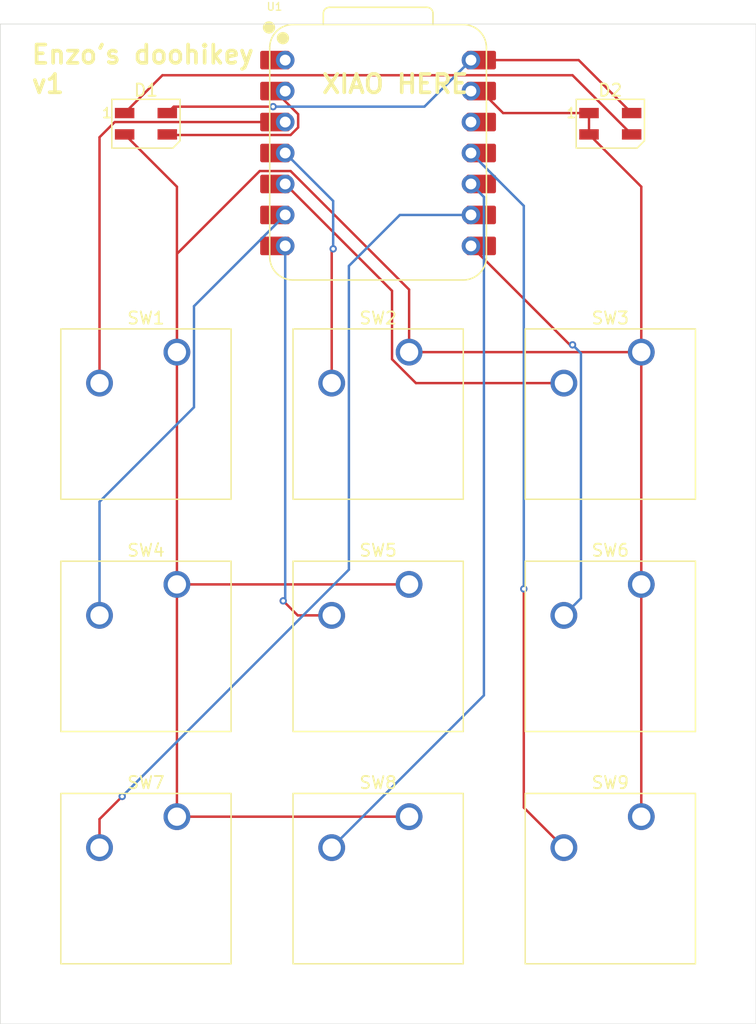
<source format=kicad_pcb>
(kicad_pcb (version 20241229) (generator "pcbnew") (generator_version "9.0")
  (layers (0 "F.Cu" signal) (2 "B.Cu" signal) (13 "F.Paste" user) (15 "B.Paste" user) (5 "F.SilkS" user "F.Silkscreen") (7 "B.SilkS" user "B.Silkscreen") (1 "F.Mask" user) (3 "B.Mask" user) (25 "Edge.Cuts" user))
  (net 0 "")
  (net 1 "Net-(D1-DOUT)")
  (net 2 "Net-(D1-DIN)")
  (net 3 "GND")
  (net 4 "+5V")
  (net 5 "Net-(U1-GPIO28{slash}ADC2{slash}A2)")
  (net 6 "Net-(U1-GPIO1{slash}RX)")
  (net 7 "Net-(U1-GPIO2{slash}SCK)")
  (net 8 "Net-(U1-GPIO4{slash}MISO)")
  (net 9 "Net-(U1-GPIO3{slash}MOSI)")
  (net 11 "Net-(U1-GPIO29{slash}ADC3{slash}A3)")
  (net 12 "Net-(U1-GPIO6{slash}SDA)")
  (net 13 "Net-(U1-GPIO7{slash}SCL)")
  (net 14 "Net-(U1-GPIO0{slash}TX)")
  (footprint "Button_Switch_Keyboard:SW_Cherry_MX_1.00u_PCB" (layer "F.Cu") (at 131.773 138.236875)
    (property "Reference" "SW9" (at -2.54 -2.794 0) (layer "F.SilkS"))
    (property "Value" "SW_Push")
    (fp_line (start -9.525 -1.905) (end 4.445 -1.905) (stroke (width 0.12)) (layer "F.SilkS"))
    (fp_line (start -9.525 12.065) (end -9.525 -1.905) (stroke (width 0.12)) (layer "F.SilkS"))
    (fp_line (start 4.445 -1.905) (end 4.445 12.065) (stroke (width 0.12)) (layer "F.SilkS"))
    (fp_line (start 4.445 12.065) (end -9.525 12.065) (stroke (width 0.12)) (layer "F.SilkS"))
    (pad "" np_thru_hole circle (at -7.62 5.08) (size 1.7 1.7) (drill 1.7) (layers "*.Cu" "*.Mask"))
    (pad "" np_thru_hole circle (at -2.54 5.08) (size 4 4) (drill 4) (layers "*.Cu" "*.Mask"))
    (pad "" np_thru_hole circle (at 2.54 5.08) (size 1.7 1.7) (drill 1.7) (layers "*.Cu" "*.Mask"))
    (pad "1" thru_hole circle (at 0 0) (size 2.2 2.2) (drill 1.5) (layers "*.Cu" "*.Mask") (net 3 "GND"))
    (pad "2" thru_hole circle (at -6.35 2.54) (size 2.2 2.2) (drill 1.5) (layers "*.Cu" "*.Mask") (net 9 "Net-(U1-GPIO3{slash}MOSI)"))
  )
  (footprint "OPL:XIAO-RP2040-DIP" (layer "F.Cu") (at 110.1785 83.805625)
    (property "Reference" "U1" (at -8.5 -12 0) (layer "F.SilkS") (effects (font (size 0.635 0.635) (thickness 0.1016))))
    (property "Value" "XIAO-RP2040-DIP")
    (fp_line (start -8.89 8.509) (end -8.89 -8.636) (stroke (width 0.127)) (layer "F.SilkS"))
    (fp_line (start -6.985 10.414) (end 6.985 10.414) (stroke (width 0.127)) (layer "F.SilkS"))
    (fp_line (start -4.495 -10.541) (end -4.491272 -11.451272) (stroke (width 0.127)) (layer "F.SilkS"))
    (fp_line (start -3.991272 -11.951) (end 4.004 -11.951) (stroke (width 0.127)) (layer "F.SilkS"))
    (fp_line (start 4.504 -11.451) (end 4.504 -10.541) (stroke (width 0.127)) (layer "F.SilkS"))
    (fp_line (start 6.985 -10.541) (end -6.985 -10.541) (stroke (width 0.1)) (layer "F.SilkS"))
    (fp_line (start 6.985 -10.541) (end -6.985 -10.541) (stroke (width 0.127)) (layer "F.SilkS"))
    (fp_line (start 8.89 8.509) (end 8.89 -8.636) (stroke (width 0.127)) (layer "F.SilkS"))
    (fp_arc (start -8.89 -8.636) (mid -8.332038 -9.983038) (end -6.985 -10.541) (stroke (width 0.127)) (layer "F.SilkS"))
    (fp_arc (start -6.985 10.414) (mid -8.332038 9.856038) (end -8.89 8.509) (stroke (width 0.127)) (layer "F.SilkS"))
    (fp_arc (start -4.491272 -11.451272) (mid -4.344728 -11.80464) (end -3.991272 -11.951) (stroke (width 0.127)) (layer "F.SilkS"))
    (fp_arc (start 4.004 -11.951) (mid 4.357553 -11.804553) (end 4.504 -11.451) (stroke (width 0.127)) (layer "F.SilkS"))
    (fp_arc (start 6.985 -10.541) (mid 8.332038 -9.983038) (end 8.89 -8.636) (stroke (width 0.127)) (layer "F.SilkS"))
    (fp_arc (start 8.89 8.509) (mid 8.332038 9.856038) (end 6.985 10.414) (stroke (width 0.127)) (layer "F.SilkS"))
    (fp_circle (center -8.95 -10.3) (end -8.95 -10.554) (stroke (width 0.5)) (fill yes) (layer "F.SilkS"))
    (fp_circle (center -7.807 -9.42) (end -7.807 -9.674) (stroke (width 0.5)) (fill yes) (layer "F.SilkS"))
    (pad "1" smd roundrect (at -8.455 -7.62 180) (size 2.432 1.524) (layers "F.Cu" "F.Mask") (roundrect_rratio 0.1))
    (pad "1" thru_hole circle (at -7.62 -7.62 180) (size 1.524 1.524) (drill 0.889) (layers "*.Cu" "*.Mask"))
    (pad "2" smd roundrect (at -8.455 -5.08 180) (size 2.432 1.524) (layers "F.Cu" "F.Mask") (roundrect_rratio 0.1) (net 2 "Net-(D1-DIN)"))
    (pad "2" thru_hole circle (at -7.62 -5.08 180) (size 1.524 1.524) (drill 0.889) (layers "*.Cu" "*.Mask") (net 2 "Net-(D1-DIN)"))
    (pad "3" smd roundrect (at -8.455 -2.54 180) (size 2.432 1.524) (layers "F.Cu" "F.Mask") (roundrect_rratio 0.1) (net 5 "Net-(U1-GPIO28{slash}ADC2{slash}A2)"))
    (pad "3" thru_hole circle (at -7.62 -2.54 180) (size 1.524 1.524) (drill 0.889) (layers "*.Cu" "*.Mask") (net 5 "Net-(U1-GPIO28{slash}ADC2{slash}A2)"))
    (pad "4" smd roundrect (at -8.455 0 180) (size 2.432 1.524) (layers "F.Cu" "F.Mask") (roundrect_rratio 0.1) (net 11 "Net-(U1-GPIO29{slash}ADC3{slash}A3)"))
    (pad "4" thru_hole circle (at -7.62 0 180) (size 1.524 1.524) (drill 0.889) (layers "*.Cu" "*.Mask") (net 11 "Net-(U1-GPIO29{slash}ADC3{slash}A3)"))
    (pad "5" smd roundrect (at -8.455 2.54 180) (size 2.432 1.524) (layers "F.Cu" "F.Mask") (roundrect_rratio 0.1) (net 12 "Net-(U1-GPIO6{slash}SDA)"))
    (pad "5" thru_hole circle (at -7.62 2.54 180) (size 1.524 1.524) (drill 0.889) (layers "*.Cu" "*.Mask") (net 12 "Net-(U1-GPIO6{slash}SDA)"))
    (pad "6" smd roundrect (at -8.455 5.08 180) (size 2.432 1.524) (layers "F.Cu" "F.Mask") (roundrect_rratio 0.1) (net 13 "Net-(U1-GPIO7{slash}SCL)"))
    (pad "6" thru_hole circle (at -7.62 5.08 180) (size 1.524 1.524) (drill 0.889) (layers "*.Cu" "*.Mask") (net 13 "Net-(U1-GPIO7{slash}SCL)"))
    (pad "7" smd roundrect (at -8.455 7.62 180) (size 2.432 1.524) (layers "F.Cu" "F.Mask") (roundrect_rratio 0.1) (net 14 "Net-(U1-GPIO0{slash}TX)"))
    (pad "7" thru_hole circle (at -7.62 7.62 180) (size 1.524 1.524) (drill 0.889) (layers "*.Cu" "*.Mask") (net 14 "Net-(U1-GPIO0{slash}TX)"))
    (pad "8" thru_hole circle (at 7.62 7.62) (size 1.524 1.524) (drill 0.889) (layers "*.Cu" "*.Mask") (net 6 "Net-(U1-GPIO1{slash}RX)"))
    (pad "8" smd roundrect (at 8.455 7.62) (size 2.432 1.524) (layers "F.Cu" "F.Mask") (roundrect_rratio 0.1) (net 6 "Net-(U1-GPIO1{slash}RX)"))
    (pad "9" thru_hole circle (at 7.62 5.08) (size 1.524 1.524) (drill 0.889) (layers "*.Cu" "*.Mask") (net 7 "Net-(U1-GPIO2{slash}SCK)"))
    (pad "9" smd roundrect (at 8.455 5.08) (size 2.432 1.524) (layers "F.Cu" "F.Mask") (roundrect_rratio 0.1) (net 7 "Net-(U1-GPIO2{slash}SCK)"))
    (pad "10" thru_hole circle (at 7.62 2.54) (size 1.524 1.524) (drill 0.889) (layers "*.Cu" "*.Mask") (net 8 "Net-(U1-GPIO4{slash}MISO)"))
    (pad "10" smd roundrect (at 8.455 2.54) (size 2.432 1.524) (layers "F.Cu" "F.Mask") (roundrect_rratio 0.1) (net 8 "Net-(U1-GPIO4{slash}MISO)"))
    (pad "11" thru_hole circle (at 7.62 0) (size 1.524 1.524) (drill 0.889) (layers "*.Cu" "*.Mask") (net 9 "Net-(U1-GPIO3{slash}MOSI)"))
    (pad "11" smd roundrect (at 8.455 0) (size 2.432 1.524) (layers "F.Cu" "F.Mask") (roundrect_rratio 0.1) (net 9 "Net-(U1-GPIO3{slash}MOSI)"))
    (pad "12" thru_hole circle (at 7.62 -2.54) (size 1.524 1.524) (drill 0.889) (layers "*.Cu" "*.Mask"))
    (pad "12" smd roundrect (at 8.455 -2.54) (size 2.432 1.524) (layers "F.Cu" "F.Mask") (roundrect_rratio 0.1))
    (pad "13" thru_hole circle (at 7.62 -5.08) (size 1.524 1.524) (drill 0.889) (layers "*.Cu" "*.Mask") (net 3 "GND"))
    (pad "13" smd roundrect (at 8.455 -5.08) (size 2.432 1.524) (layers "F.Cu" "F.Mask") (roundrect_rratio 0.1) (net 3 "GND"))
    (pad "14" thru_hole circle (at 7.62 -7.62) (size 1.524 1.524) (drill 0.889) (layers "*.Cu" "*.Mask") (net 4 "+5V"))
    (pad "14" smd roundrect (at 8.455 -7.62) (size 2.432 1.524) (layers "F.Cu" "F.Mask") (roundrect_rratio 0.1) (net 4 "+5V"))
  )
  (footprint "Button_Switch_Keyboard:SW_Cherry_MX_1.00u_PCB" (layer "F.Cu") (at 112.723 100.136875)
    (property "Reference" "SW2" (at -2.54 -2.794 0) (layer "F.SilkS"))
    (property "Value" "SW_Push")
    (fp_line (start -9.525 -1.905) (end 4.445 -1.905) (stroke (width 0.12)) (layer "F.SilkS"))
    (fp_line (start -9.525 12.065) (end -9.525 -1.905) (stroke (width 0.12)) (layer "F.SilkS"))
    (fp_line (start 4.445 -1.905) (end 4.445 12.065) (stroke (width 0.12)) (layer "F.SilkS"))
    (fp_line (start 4.445 12.065) (end -9.525 12.065) (stroke (width 0.12)) (layer "F.SilkS"))
    (pad "" np_thru_hole circle (at -7.62 5.08) (size 1.7 1.7) (drill 1.7) (layers "*.Cu" "*.Mask"))
    (pad "" np_thru_hole circle (at -2.54 5.08) (size 4 4) (drill 4) (layers "*.Cu" "*.Mask"))
    (pad "" np_thru_hole circle (at 2.54 5.08) (size 1.7 1.7) (drill 1.7) (layers "*.Cu" "*.Mask"))
    (pad "1" thru_hole circle (at 0 0) (size 2.2 2.2) (drill 1.5) (layers "*.Cu" "*.Mask") (net 3 "GND"))
    (pad "2" thru_hole circle (at -6.35 2.54) (size 2.2 2.2) (drill 1.5) (layers "*.Cu" "*.Mask") (net 11 "Net-(U1-GPIO29{slash}ADC3{slash}A3)"))
  )
  (footprint "LED_SMD:LED_SK6812MINI_PLCC4_3.5x3.5mm_P1.75mm" (layer "F.Cu") (at 129.233 81.404375)
    (property "Reference" "D2" (at 0 -2.75 0) (layer "F.SilkS"))
    (property "Value" "SK6812MINI")
    (fp_line (start -2.8 -2) (end -2.8 2) (stroke (width 0.12)) (layer "F.SilkS"))
    (fp_line (start -2.8 -2) (end 2.8 -2) (stroke (width 0.12)) (layer "F.SilkS"))
    (fp_line (start -2.8 2) (end 2.2 2) (stroke (width 0.12)) (layer "F.SilkS"))
    (fp_line (start 2.8 1.4) (end 2.2 2) (stroke (width 0.12)) (layer "F.SilkS"))
    (fp_line (start 2.8 1.4) (end 2.8 -2) (stroke (width 0.12)) (layer "F.SilkS"))
    (fp_text user "1" (at -3.2 -0.875 0) (layer "F.SilkS") (effects (font (size 0.8 0.8))))
    (pad "1" smd rect (at -1.75 -0.875) (size 1.6 0.85) (layers "F.Cu" "F.Mask" "F.Paste") (net 3 "GND"))
    (pad "2" smd rect (at -1.75 0.875) (size 1.6 0.85) (layers "F.Cu" "F.Mask" "F.Paste") (net 3 "GND"))
    (pad "3" smd rect (at 1.75 0.875) (size 1.6 0.85) (layers "F.Cu" "F.Mask" "F.Paste") (net 1 "Net-(D1-DOUT)"))
    (pad "4" smd rect (at 1.75 -0.875) (size 1.6 0.85) (layers "F.Cu" "F.Mask" "F.Paste") (net 4 "+5V"))
  )
  (footprint "LED_SMD:LED_SK6812MINI_PLCC4_3.5x3.5mm_P1.75mm" (layer "F.Cu") (at 91.133 81.404375)
    (property "Reference" "D1" (at 0 -2.75 0) (layer "F.SilkS"))
    (property "Value" "SK6812MINI")
    (fp_line (start -2.8 -2) (end -2.8 2) (stroke (width 0.12)) (layer "F.SilkS"))
    (fp_line (start -2.8 -2) (end 2.8 -2) (stroke (width 0.12)) (layer "F.SilkS"))
    (fp_line (start -2.8 2) (end 2.2 2) (stroke (width 0.12)) (layer "F.SilkS"))
    (fp_line (start 2.8 1.4) (end 2.2 2) (stroke (width 0.12)) (layer "F.SilkS"))
    (fp_line (start 2.8 1.4) (end 2.8 -2) (stroke (width 0.12)) (layer "F.SilkS"))
    (fp_text user "1" (at -3.2 -0.875 0) (layer "F.SilkS") (effects (font (size 0.8 0.8))))
    (pad "1" smd rect (at -1.75 -0.875) (size 1.6 0.85) (layers "F.Cu" "F.Mask" "F.Paste") (net 1 "Net-(D1-DOUT)"))
    (pad "2" smd rect (at -1.75 0.875) (size 1.6 0.85) (layers "F.Cu" "F.Mask" "F.Paste") (net 3 "GND"))
    (pad "3" smd rect (at 1.75 0.875) (size 1.6 0.85) (layers "F.Cu" "F.Mask" "F.Paste") (net 2 "Net-(D1-DIN)"))
    (pad "4" smd rect (at 1.75 -0.875) (size 1.6 0.85) (layers "F.Cu" "F.Mask" "F.Paste") (net 4 "+5V"))
  )
  (footprint "Button_Switch_Keyboard:SW_Cherry_MX_1.00u_PCB" (layer "F.Cu") (at 131.773 100.136875)
    (property "Reference" "SW3" (at -2.54 -2.794 0) (layer "F.SilkS"))
    (property "Value" "SW_Push")
    (fp_line (start -9.525 -1.905) (end 4.445 -1.905) (stroke (width 0.12)) (layer "F.SilkS"))
    (fp_line (start -9.525 12.065) (end -9.525 -1.905) (stroke (width 0.12)) (layer "F.SilkS"))
    (fp_line (start 4.445 -1.905) (end 4.445 12.065) (stroke (width 0.12)) (layer "F.SilkS"))
    (fp_line (start 4.445 12.065) (end -9.525 12.065) (stroke (width 0.12)) (layer "F.SilkS"))
    (pad "" np_thru_hole circle (at -7.62 5.08) (size 1.7 1.7) (drill 1.7) (layers "*.Cu" "*.Mask"))
    (pad "" np_thru_hole circle (at -2.54 5.08) (size 4 4) (drill 4) (layers "*.Cu" "*.Mask"))
    (pad "" np_thru_hole circle (at 2.54 5.08) (size 1.7 1.7) (drill 1.7) (layers "*.Cu" "*.Mask"))
    (pad "1" thru_hole circle (at 0 0) (size 2.2 2.2) (drill 1.5) (layers "*.Cu" "*.Mask") (net 3 "GND"))
    (pad "2" thru_hole circle (at -6.35 2.54) (size 2.2 2.2) (drill 1.5) (layers "*.Cu" "*.Mask") (net 12 "Net-(U1-GPIO6{slash}SDA)"))
  )
  (footprint "Button_Switch_Keyboard:SW_Cherry_MX_1.00u_PCB" (layer "F.Cu") (at 112.723 119.186875)
    (property "Reference" "SW5" (at -2.54 -2.794 0) (layer "F.SilkS"))
    (property "Value" "SW_Push")
    (fp_line (start -9.525 -1.905) (end 4.445 -1.905) (stroke (width 0.12)) (layer "F.SilkS"))
    (fp_line (start -9.525 12.065) (end -9.525 -1.905) (stroke (width 0.12)) (layer "F.SilkS"))
    (fp_line (start 4.445 -1.905) (end 4.445 12.065) (stroke (width 0.12)) (layer "F.SilkS"))
    (fp_line (start 4.445 12.065) (end -9.525 12.065) (stroke (width 0.12)) (layer "F.SilkS"))
    (pad "" np_thru_hole circle (at -7.62 5.08) (size 1.7 1.7) (drill 1.7) (layers "*.Cu" "*.Mask"))
    (pad "" np_thru_hole circle (at -2.54 5.08) (size 4 4) (drill 4) (layers "*.Cu" "*.Mask"))
    (pad "" np_thru_hole circle (at 2.54 5.08) (size 1.7 1.7) (drill 1.7) (layers "*.Cu" "*.Mask"))
    (pad "1" thru_hole circle (at 0 0) (size 2.2 2.2) (drill 1.5) (layers "*.Cu" "*.Mask") (net 3 "GND"))
    (pad "2" thru_hole circle (at -6.35 2.54) (size 2.2 2.2) (drill 1.5) (layers "*.Cu" "*.Mask") (net 14 "Net-(U1-GPIO0{slash}TX)"))
  )
  (footprint "Button_Switch_Keyboard:SW_Cherry_MX_1.00u_PCB" (layer "F.Cu") (at 93.673 100.136875)
    (property "Reference" "SW1" (at -2.54 -2.794 0) (layer "F.SilkS"))
    (property "Value" "SW_Push")
    (fp_line (start -9.525 -1.905) (end 4.445 -1.905) (stroke (width 0.12)) (layer "F.SilkS"))
    (fp_line (start -9.525 12.065) (end -9.525 -1.905) (stroke (width 0.12)) (layer "F.SilkS"))
    (fp_line (start 4.445 -1.905) (end 4.445 12.065) (stroke (width 0.12)) (layer "F.SilkS"))
    (fp_line (start 4.445 12.065) (end -9.525 12.065) (stroke (width 0.12)) (layer "F.SilkS"))
    (pad "" np_thru_hole circle (at -7.62 5.08) (size 1.7 1.7) (drill 1.7) (layers "*.Cu" "*.Mask"))
    (pad "" np_thru_hole circle (at -2.54 5.08) (size 4 4) (drill 4) (layers "*.Cu" "*.Mask"))
    (pad "" np_thru_hole circle (at 2.54 5.08) (size 1.7 1.7) (drill 1.7) (layers "*.Cu" "*.Mask"))
    (pad "1" thru_hole circle (at 0 0) (size 2.2 2.2) (drill 1.5) (layers "*.Cu" "*.Mask") (net 3 "GND"))
    (pad "2" thru_hole circle (at -6.35 2.54) (size 2.2 2.2) (drill 1.5) (layers "*.Cu" "*.Mask") (net 5 "Net-(U1-GPIO28{slash}ADC2{slash}A2)"))
  )
  (footprint "Button_Switch_Keyboard:SW_Cherry_MX_1.00u_PCB" (layer "F.Cu") (at 93.673 138.236875)
    (property "Reference" "SW7" (at -2.54 -2.794 0) (layer "F.SilkS"))
    (property "Value" "SW_Push")
    (fp_line (start -9.525 -1.905) (end 4.445 -1.905) (stroke (width 0.12)) (layer "F.SilkS"))
    (fp_line (start -9.525 12.065) (end -9.525 -1.905) (stroke (width 0.12)) (layer "F.SilkS"))
    (fp_line (start 4.445 -1.905) (end 4.445 12.065) (stroke (width 0.12)) (layer "F.SilkS"))
    (fp_line (start 4.445 12.065) (end -9.525 12.065) (stroke (width 0.12)) (layer "F.SilkS"))
    (pad "" np_thru_hole circle (at -7.62 5.08) (size 1.7 1.7) (drill 1.7) (layers "*.Cu" "*.Mask"))
    (pad "" np_thru_hole circle (at -2.54 5.08) (size 4 4) (drill 4) (layers "*.Cu" "*.Mask"))
    (pad "" np_thru_hole circle (at 2.54 5.08) (size 1.7 1.7) (drill 1.7) (layers "*.Cu" "*.Mask"))
    (pad "1" thru_hole circle (at 0 0) (size 2.2 2.2) (drill 1.5) (layers "*.Cu" "*.Mask") (net 3 "GND"))
    (pad "2" thru_hole circle (at -6.35 2.54) (size 2.2 2.2) (drill 1.5) (layers "*.Cu" "*.Mask") (net 7 "Net-(U1-GPIO2{slash}SCK)"))
  )
  (footprint "Button_Switch_Keyboard:SW_Cherry_MX_1.00u_PCB" (layer "F.Cu") (at 131.773 119.186875)
    (property "Reference" "SW6" (at -2.54 -2.794 0) (layer "F.SilkS"))
    (property "Value" "SW_Push")
    (fp_line (start -9.525 -1.905) (end 4.445 -1.905) (stroke (width 0.12)) (layer "F.SilkS"))
    (fp_line (start -9.525 12.065) (end -9.525 -1.905) (stroke (width 0.12)) (layer "F.SilkS"))
    (fp_line (start 4.445 -1.905) (end 4.445 12.065) (stroke (width 0.12)) (layer "F.SilkS"))
    (fp_line (start 4.445 12.065) (end -9.525 12.065) (stroke (width 0.12)) (layer "F.SilkS"))
    (pad "" np_thru_hole circle (at -7.62 5.08) (size 1.7 1.7) (drill 1.7) (layers "*.Cu" "*.Mask"))
    (pad "" np_thru_hole circle (at -2.54 5.08) (size 4 4) (drill 4) (layers "*.Cu" "*.Mask"))
    (pad "" np_thru_hole circle (at 2.54 5.08) (size 1.7 1.7) (drill 1.7) (layers "*.Cu" "*.Mask"))
    (pad "1" thru_hole circle (at 0 0) (size 2.2 2.2) (drill 1.5) (layers "*.Cu" "*.Mask") (net 3 "GND"))
    (pad "2" thru_hole circle (at -6.35 2.54) (size 2.2 2.2) (drill 1.5) (layers "*.Cu" "*.Mask") (net 6 "Net-(U1-GPIO1{slash}RX)"))
  )
  (footprint "Button_Switch_Keyboard:SW_Cherry_MX_1.00u_PCB" (layer "F.Cu") (at 93.673 119.186875)
    (property "Reference" "SW4" (at -2.54 -2.794 0) (layer "F.SilkS"))
    (property "Value" "SW_Push")
    (fp_line (start -9.525 -1.905) (end 4.445 -1.905) (stroke (width 0.12)) (layer "F.SilkS"))
    (fp_line (start -9.525 12.065) (end -9.525 -1.905) (stroke (width 0.12)) (layer "F.SilkS"))
    (fp_line (start 4.445 -1.905) (end 4.445 12.065) (stroke (width 0.12)) (layer "F.SilkS"))
    (fp_line (start 4.445 12.065) (end -9.525 12.065) (stroke (width 0.12)) (layer "F.SilkS"))
    (pad "" np_thru_hole circle (at -7.62 5.08) (size 1.7 1.7) (drill 1.7) (layers "*.Cu" "*.Mask"))
    (pad "" np_thru_hole circle (at -2.54 5.08) (size 4 4) (drill 4) (layers "*.Cu" "*.Mask"))
    (pad "" np_thru_hole circle (at 2.54 5.08) (size 1.7 1.7) (drill 1.7) (layers "*.Cu" "*.Mask"))
    (pad "1" thru_hole circle (at 0 0) (size 2.2 2.2) (drill 1.5) (layers "*.Cu" "*.Mask") (net 3 "GND"))
    (pad "2" thru_hole circle (at -6.35 2.54) (size 2.2 2.2) (drill 1.5) (layers "*.Cu" "*.Mask") (net 13 "Net-(U1-GPIO7{slash}SCL)"))
  )
  (footprint "Button_Switch_Keyboard:SW_Cherry_MX_1.00u_PCB" (layer "F.Cu") (at 112.723 138.236875)
    (property "Reference" "SW8" (at -2.54 -2.794 0) (layer "F.SilkS"))
    (property "Value" "SW_Push")
    (fp_line (start -9.525 -1.905) (end 4.445 -1.905) (stroke (width 0.12)) (layer "F.SilkS"))
    (fp_line (start -9.525 12.065) (end -9.525 -1.905) (stroke (width 0.12)) (layer "F.SilkS"))
    (fp_line (start 4.445 -1.905) (end 4.445 12.065) (stroke (width 0.12)) (layer "F.SilkS"))
    (fp_line (start 4.445 12.065) (end -9.525 12.065) (stroke (width 0.12)) (layer "F.SilkS"))
    (pad "" np_thru_hole circle (at -7.62 5.08) (size 1.7 1.7) (drill 1.7) (layers "*.Cu" "*.Mask"))
    (pad "" np_thru_hole circle (at -2.54 5.08) (size 4 4) (drill 4) (layers "*.Cu" "*.Mask"))
    (pad "" np_thru_hole circle (at 2.54 5.08) (size 1.7 1.7) (drill 1.7) (layers "*.Cu" "*.Mask"))
    (pad "1" thru_hole circle (at 0 0) (size 2.2 2.2) (drill 1.5) (layers "*.Cu" "*.Mask") (net 3 "GND"))
    (pad "2" thru_hole circle (at -6.35 2.54) (size 2.2 2.2) (drill 1.5) (layers "*.Cu" "*.Mask") (net 8 "Net-(U1-GPIO4{slash}MISO)"))
  )
  (gr_rect (start 79.183 73.22625) (end 141.183 155.22625) (stroke (width 0.05)) (fill no) (layer "Edge.Cuts"))
  (gr_text "Enzo's doohikey \nv1" (at 81.608 79.023125 0) (layer "F.SilkS") (effects (font (size 1.5 1.5) (thickness 0.3) (bold yes)) (justify left bottom)))
  (gr_text "XIAO HERE" (at 105.4205 79.023125 0) (layer "F.SilkS") (effects (font (size 1.5 1.5) (thickness 0.3) (bold yes)) (justify left bottom)))
  (segment (start 130.983 82.279375) (end 126.129875 77.42625) (width 0.2) (layer "F.Cu") (net 1))
  (segment (start 126.129875 77.42625) (end 92.486125 77.42625) (width 0.2) (layer "F.Cu") (net 1))
  (segment (start 92.486125 77.42625) (end 89.383 80.529375) (width 0.2) (layer "F.Cu") (net 1))
  (segment (start 102.99881 82.328625) (end 103.6215 81.705935) (width 0.2) (layer "F.Cu") (net 2))
  (segment (start 103.6215 80.623625) (end 101.7235 78.725625) (width 0.2) (layer "F.Cu") (net 2))
  (segment (start 103.6215 81.705935) (end 103.6215 80.623625) (width 0.2) (layer "F.Cu") (net 2))
  (segment (start 92.883 82.279375) (end 92.93225 82.328625) (width 0.2) (layer "F.Cu") (net 2))
  (segment (start 92.93225 82.328625) (end 102.99881 82.328625) (width 0.2) (layer "F.Cu") (net 2))
  (segment (start 131.773 100.136875) (end 112.723 100.136875) (width 0.2) (layer "F.Cu") (net 3))
  (segment (start 112.723 95.006815) (end 112.723 100.136875) (width 0.2) (layer "F.Cu") (net 3))
  (segment (start 93.673 119.186875) (end 93.673 100.136875) (width 0.2) (layer "F.Cu") (net 3))
  (segment (start 131.773 138.236875) (end 131.773 119.186875) (width 0.2) (layer "F.Cu") (net 3))
  (segment (start 131.773 86.569375) (end 127.483 82.279375) (width 0.2) (layer "F.Cu") (net 3))
  (segment (start 93.673 86.569375) (end 89.383 82.279375) (width 0.2) (layer "F.Cu") (net 3))
  (segment (start 102.99881 85.282625) (end 112.723 95.006815) (width 0.2) (layer "F.Cu") (net 3))
  (segment (start 112.723 138.236875) (end 93.673 138.236875) (width 0.2) (layer "F.Cu") (net 3))
  (segment (start 93.673 119.186875) (end 112.723 119.186875) (width 0.2) (layer "F.Cu") (net 3))
  (segment (start 127.483 80.529375) (end 127.483 82.279375) (width 0.2) (layer "F.Cu") (net 3))
  (segment (start 127.483 80.529375) (end 120.43725 80.529375) (width 0.2) (layer "F.Cu") (net 3))
  (segment (start 131.773 100.136875) (end 131.773 86.569375) (width 0.2) (layer "F.Cu") (net 3))
  (segment (start 93.673 92.077499) (end 100.467874 85.282625) (width 0.2) (layer "F.Cu") (net 3))
  (segment (start 131.773 100.136875) (end 131.773 119.186875) (width 0.2) (layer "F.Cu") (net 3))
  (segment (start 93.673 119.186875) (end 93.673 138.236875) (width 0.2) (layer "F.Cu") (net 3))
  (segment (start 93.673 100.136875) (end 93.673 92.077499) (width 0.2) (layer "F.Cu") (net 3))
  (segment (start 100.467874 85.282625) (end 102.99881 85.282625) (width 0.2) (layer "F.Cu") (net 3))
  (segment (start 93.673 100.136875) (end 93.673 86.569375) (width 0.2) (layer "F.Cu") (net 3))
  (segment (start 120.43725 80.529375) (end 118.6335 78.725625) (width 0.2) (layer "F.Cu") (net 3))
  (segment (start 126.63925 76.185625) (end 118.6335 76.185625) (width 0.2) (layer "F.Cu") (net 4))
  (segment (start 93.40875 80.003625) (end 101.563 80.003625) (width 0.2) (layer "F.Cu") (net 4))
  (segment (start 92.883 80.529375) (end 93.40875 80.003625) (width 0.2) (layer "F.Cu") (net 4))
  (segment (start 130.983 80.529375) (end 126.63925 76.185625) (width 0.2) (layer "F.Cu") (net 4))
  (via (at 101.563 80.003625) (size 0.6) (drill 0.3) (layers "F.Cu" "B.Cu") (net 4))
  (segment (start 101.563 80.003625) (end 113.9805 80.003625) (width 0.2) (layer "B.Cu") (net 4))
  (segment (start 113.9805 80.003625) (end 117.7985 76.185625) (width 0.2) (layer "B.Cu") (net 4))
  (segment (start 87.323 102.676875) (end 87.323 82.512375) (width 0.2) (layer "F.Cu") (net 5))
  (segment (start 88.56975 81.265625) (end 101.7235 81.265625) (width 0.2) (layer "F.Cu") (net 5))
  (segment (start 87.323 82.512375) (end 88.56975 81.265625) (width 0.2) (layer "F.Cu") (net 5))
  (segment (start 118.6335 91.425625) (end 117.7985 91.425625) (width 0.2) (layer "F.Cu") (net 6))
  (segment (start 117.7985 91.425625) (end 125.90975 99.536875) (width 0.2) (layer "F.Cu") (net 6))
  (segment (start 125.90975 99.536875) (end 126.133 99.536875) (width 0.2) (layer "F.Cu") (net 6))
  (via (at 126.133 99.536875) (size 0.6) (drill 0.3) (layers "F.Cu" "B.Cu") (net 6))
  (segment (start 126.824 100.227875) (end 126.824 120.325875) (width 0.2) (layer "B.Cu") (net 6))
  (segment (start 126.824 120.325875) (end 125.423 121.726875) (width 0.2) (layer "B.Cu") (net 6))
  (segment (start 126.133 99.536875) (end 126.824 100.227875) (width 0.2) (layer "B.Cu") (net 6))
  (segment (start 87.323 140.776875) (end 87.323 138.43625) (width 0.2) (layer "F.Cu") (net 7))
  (segment (start 87.323 138.43625) (end 89.182766 136.576484) (width 0.2) (layer "F.Cu") (net 7))
  (segment (start 117.7985 88.885625) (end 118.6335 88.885625) (width 0.2) (layer "F.Cu") (net 7))
  (via (at 89.182766 136.576484) (size 0.6) (drill 0.3) (layers "F.Cu" "B.Cu") (net 7))
  (segment (start 89.182766 136.576484) (end 107.783 117.97625) (width 0.2) (layer "B.Cu") (net 7))
  (segment (start 107.783 93.06625) (end 111.963625 88.885625) (width 0.2) (layer "B.Cu") (net 7))
  (segment (start 111.963625 88.885625) (end 117.7985 88.885625) (width 0.2) (layer "B.Cu") (net 7))
  (segment (start 107.783 117.97625) (end 107.783 93.06625) (width 0.2) (layer "B.Cu") (net 7))
  (segment (start 106.373 140.69625) (end 106.533 140.53625) (width 0.2) (layer "F.Cu") (net 8))
  (segment (start 106.373 140.69625) (end 106.373 140.776875) (width 0.2) (layer "F.Cu") (net 8))
  (segment (start 117.7985 86.345625) (end 118.6335 86.345625) (width 0.2) (layer "F.Cu") (net 8))
  (segment (start 106.373 140.776875) (end 118.8615 128.288375) (width 0.2) (layer "B.Cu") (net 8))
  (segment (start 118.8615 128.288375) (end 118.8615 87.408625) (width 0.2) (layer "B.Cu") (net 8))
  (segment (start 118.8615 87.408625) (end 117.7985 86.345625) (width 0.2) (layer "B.Cu") (net 8))
  (segment (start 118.6335 83.805625) (end 117.7985 83.805625) (width 0.2) (layer "F.Cu") (net 9))
  (segment (start 122.133 137.486875) (end 122.133 119.55625) (width 0.2) (layer "F.Cu") (net 9))
  (segment (start 125.423 140.776875) (end 122.133 137.486875) (width 0.2) (layer "F.Cu") (net 9))
  (via (at 122.133 119.55625) (size 0.6) (drill 0.3) (layers "F.Cu" "B.Cu") (net 9))
  (segment (start 122.133 119.55625) (end 122.133 88.140125) (width 0.2) (layer "B.Cu") (net 9))
  (segment (start 122.133 88.140125) (end 117.7985 83.805625) (width 0.2) (layer "B.Cu") (net 9))
  (segment (start 106.373 102.676875) (end 106.373 91.78625) (width 0.2) (layer "F.Cu") (net 11))
  (segment (start 106.373 91.78625) (end 106.493 91.66625) (width 0.2) (layer "F.Cu") (net 11))
  (via (at 106.493 91.66625) (size 0.6) (drill 0.3) (layers "F.Cu" "B.Cu") (net 11))
  (segment (start 106.493 87.740125) (end 102.5585 83.805625) (width 0.2) (layer "B.Cu") (net 11))
  (segment (start 106.493 91.66625) (end 106.493 87.740125) (width 0.2) (layer "B.Cu") (net 11))
  (segment (start 125.423 102.676875) (end 113.281686 102.676875) (width 0.2) (layer "F.Cu") (net 12))
  (segment (start 113.281686 102.676875) (end 111.322 100.717189) (width 0.2) (layer "F.Cu") (net 12))
  (segment (start 111.322 95.109125) (end 102.5585 86.345625) (width 0.2) (layer "F.Cu") (net 12))
  (segment (start 111.322 100.717189) (end 111.322 95.109125) (width 0.2) (layer "F.Cu") (net 12))
  (segment (start 95.074 96.370125) (end 95.074 104.657405) (width 0.2) (layer "B.Cu") (net 13))
  (segment (start 95.074 104.657405) (end 87.323 112.408405) (width 0.2) (layer "B.Cu") (net 13))
  (segment (start 102.5585 88.885625) (end 95.074 96.370125) (width 0.2) (layer "B.Cu") (net 13))
  (segment (start 87.323 112.408405) (end 87.323 121.726875) (width 0.2) (layer "B.Cu") (net 13))
  (segment (start 102.5585 91.425625) (end 101.7235 91.425625) (width 0.2) (layer "F.Cu") (net 14))
  (segment (start 106.373 121.726875) (end 103.583625 121.726875) (width 0.2) (layer "F.Cu") (net 14))
  (segment (start 103.583625 121.726875) (end 102.393 120.53625) (width 0.2) (layer "F.Cu") (net 14))
  (via (at 102.393 120.53625) (size 0.6) (drill 0.3) (layers "F.Cu" "B.Cu") (net 14))
  (segment (start 102.393 120.53625) (end 102.5585 120.37075) (width 0.2) (layer "B.Cu") (net 14))
  (segment (start 102.5585 120.37075) (end 102.5585 91.425625) (width 0.2) (layer "B.Cu") (net 14))
)
</source>
